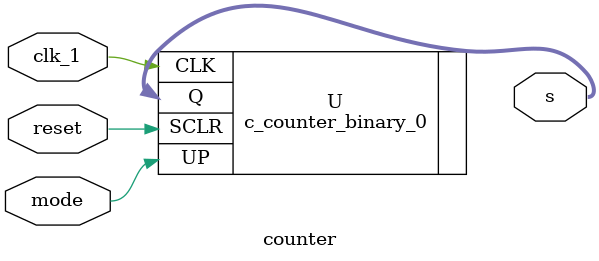
<source format=v>
`timescale 1ns / 1ps


module counter(
    input clk_1,mode,reset,
    output [2:0]s
    );
    c_counter_binary_0 U (.CLK(clk_1),.SCLR(reset),.UP(mode),.Q(s));
endmodule

</source>
